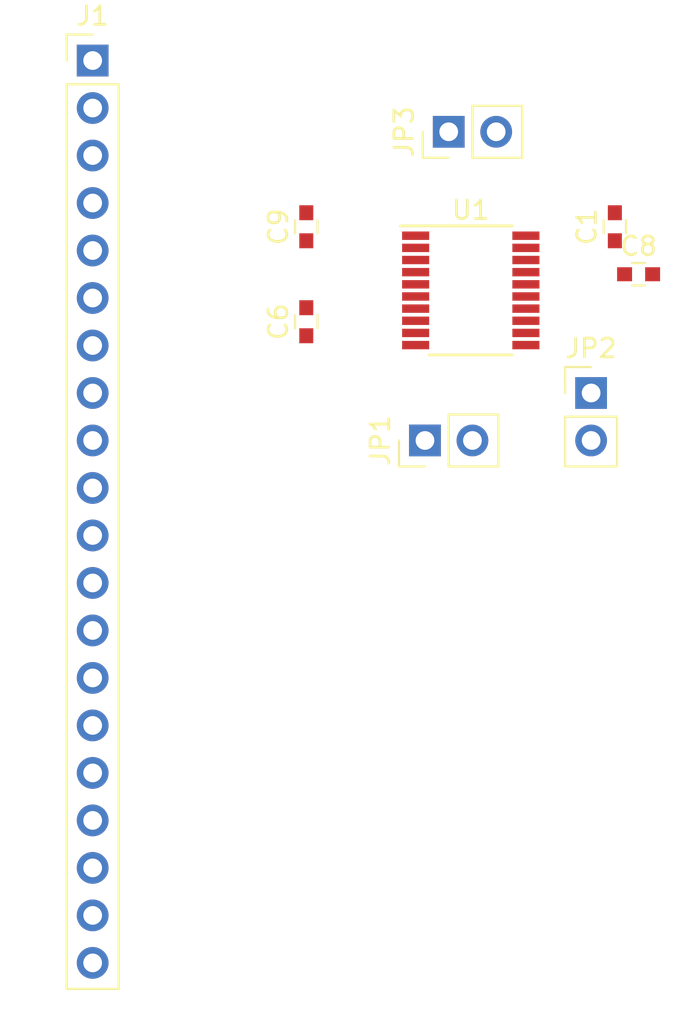
<source format=kicad_pcb>
(kicad_pcb (version 4) (host pcbnew 4.0.6)

  (general
    (links 24)
    (no_connects 19)
    (area 0 0 0 0)
    (thickness 1.6)
    (drawings 0)
    (tracks 0)
    (zones 0)
    (modules 9)
    (nets 31)
  )

  (page A4)
  (layers
    (0 F.Cu signal)
    (31 B.Cu signal)
    (32 B.Adhes user)
    (33 F.Adhes user)
    (34 B.Paste user)
    (35 F.Paste user)
    (36 B.SilkS user)
    (37 F.SilkS user)
    (38 B.Mask user)
    (39 F.Mask user)
    (40 Dwgs.User user)
    (41 Cmts.User user)
    (42 Eco1.User user)
    (43 Eco2.User user)
    (44 Edge.Cuts user)
    (45 Margin user)
    (46 B.CrtYd user)
    (47 F.CrtYd user)
    (48 B.Fab user)
    (49 F.Fab user)
  )

  (setup
    (last_trace_width 0.25)
    (trace_clearance 0.2)
    (zone_clearance 0.508)
    (zone_45_only no)
    (trace_min 0.2)
    (segment_width 0.2)
    (edge_width 0.15)
    (via_size 0.6)
    (via_drill 0.4)
    (via_min_size 0.4)
    (via_min_drill 0.3)
    (uvia_size 0.3)
    (uvia_drill 0.1)
    (uvias_allowed no)
    (uvia_min_size 0.2)
    (uvia_min_drill 0.1)
    (pcb_text_width 0.3)
    (pcb_text_size 1.5 1.5)
    (mod_edge_width 0.15)
    (mod_text_size 1 1)
    (mod_text_width 0.15)
    (pad_size 1.524 1.524)
    (pad_drill 0.762)
    (pad_to_mask_clearance 0.2)
    (aux_axis_origin 0 0)
    (visible_elements FFFFFF7F)
    (pcbplotparams
      (layerselection 0x00030_80000001)
      (usegerberextensions false)
      (excludeedgelayer true)
      (linewidth 0.300000)
      (plotframeref false)
      (viasonmask false)
      (mode 1)
      (useauxorigin false)
      (hpglpennumber 1)
      (hpglpenspeed 20)
      (hpglpendiameter 15)
      (hpglpenoverlay 2)
      (psnegative false)
      (psa4output false)
      (plotreference true)
      (plotvalue true)
      (plotinvisibletext false)
      (padsonsilk false)
      (subtractmaskfromsilk false)
      (outputformat 1)
      (mirror false)
      (drillshape 1)
      (scaleselection 1)
      (outputdirectory ""))
  )

  (net 0 "")
  (net 1 GND)
  (net 2 +3V3)
  (net 3 GNDA)
  (net 4 +3.3VDAC)
  (net 5 "Net-(C8-Pad1)")
  (net 6 /XSMT)
  (net 7 /DEMP)
  (net 8 /FMT)
  (net 9 /FLT)
  (net 10 "Net-(J1-Pad5)")
  (net 11 "Net-(J1-Pad6)")
  (net 12 "Net-(J1-Pad7)")
  (net 13 "Net-(J1-Pad8)")
  (net 14 "Net-(J1-Pad9)")
  (net 15 "Net-(J1-Pad10)")
  (net 16 "Net-(J1-Pad11)")
  (net 17 "Net-(J1-Pad12)")
  (net 18 "Net-(J1-Pad13)")
  (net 19 "Net-(J1-Pad14)")
  (net 20 "Net-(J1-Pad15)")
  (net 21 "Net-(J1-Pad16)")
  (net 22 /SCK)
  (net 23 "Net-(C4-Pad2)")
  (net 24 "Net-(C4-Pad1)")
  (net 25 "Net-(C5-Pad2)")
  (net 26 "Net-(R1-Pad1)")
  (net 27 "Net-(R2-Pad1)")
  (net 28 /BCK)
  (net 29 /DIN)
  (net 30 /LRCK)

  (net_class Default "This is the default net class."
    (clearance 0.2)
    (trace_width 0.25)
    (via_dia 0.6)
    (via_drill 0.4)
    (uvia_dia 0.3)
    (uvia_drill 0.1)
    (add_net +3.3VDAC)
    (add_net +3V3)
    (add_net /BCK)
    (add_net /DEMP)
    (add_net /DIN)
    (add_net /FLT)
    (add_net /FMT)
    (add_net /LRCK)
    (add_net /SCK)
    (add_net /XSMT)
    (add_net GND)
    (add_net GNDA)
    (add_net "Net-(C4-Pad1)")
    (add_net "Net-(C4-Pad2)")
    (add_net "Net-(C5-Pad2)")
    (add_net "Net-(C8-Pad1)")
    (add_net "Net-(J1-Pad10)")
    (add_net "Net-(J1-Pad11)")
    (add_net "Net-(J1-Pad12)")
    (add_net "Net-(J1-Pad13)")
    (add_net "Net-(J1-Pad14)")
    (add_net "Net-(J1-Pad15)")
    (add_net "Net-(J1-Pad16)")
    (add_net "Net-(J1-Pad5)")
    (add_net "Net-(J1-Pad6)")
    (add_net "Net-(J1-Pad7)")
    (add_net "Net-(J1-Pad8)")
    (add_net "Net-(J1-Pad9)")
    (add_net "Net-(R1-Pad1)")
    (add_net "Net-(R2-Pad1)")
  )

  (module Capacitors_SMD:C_0603 (layer F.Cu) (tedit 58AA844E) (tstamp 59A173FE)
    (at 156.21 101.6 90)
    (descr "Capacitor SMD 0603, reflow soldering, AVX (see smccp.pdf)")
    (tags "capacitor 0603")
    (path /599B55D4)
    (attr smd)
    (fp_text reference C1 (at 0 -1.5 90) (layer F.SilkS)
      (effects (font (size 1 1) (thickness 0.15)))
    )
    (fp_text value 100n (at 0 1.5 90) (layer F.Fab)
      (effects (font (size 1 1) (thickness 0.15)))
    )
    (fp_text user %R (at 0 -1.5 90) (layer F.Fab)
      (effects (font (size 1 1) (thickness 0.15)))
    )
    (fp_line (start -0.8 0.4) (end -0.8 -0.4) (layer F.Fab) (width 0.1))
    (fp_line (start 0.8 0.4) (end -0.8 0.4) (layer F.Fab) (width 0.1))
    (fp_line (start 0.8 -0.4) (end 0.8 0.4) (layer F.Fab) (width 0.1))
    (fp_line (start -0.8 -0.4) (end 0.8 -0.4) (layer F.Fab) (width 0.1))
    (fp_line (start -0.35 -0.6) (end 0.35 -0.6) (layer F.SilkS) (width 0.12))
    (fp_line (start 0.35 0.6) (end -0.35 0.6) (layer F.SilkS) (width 0.12))
    (fp_line (start -1.4 -0.65) (end 1.4 -0.65) (layer F.CrtYd) (width 0.05))
    (fp_line (start -1.4 -0.65) (end -1.4 0.65) (layer F.CrtYd) (width 0.05))
    (fp_line (start 1.4 0.65) (end 1.4 -0.65) (layer F.CrtYd) (width 0.05))
    (fp_line (start 1.4 0.65) (end -1.4 0.65) (layer F.CrtYd) (width 0.05))
    (pad 1 smd rect (at -0.75 0 90) (size 0.8 0.75) (layers F.Cu F.Paste F.Mask)
      (net 1 GND))
    (pad 2 smd rect (at 0.75 0 90) (size 0.8 0.75) (layers F.Cu F.Paste F.Mask)
      (net 2 +3V3))
    (model Capacitors_SMD.3dshapes/C_0603.wrl
      (at (xyz 0 0 0))
      (scale (xyz 1 1 1))
      (rotate (xyz 0 0 0))
    )
  )

  (module Capacitors_SMD:C_0603 (layer F.Cu) (tedit 58AA844E) (tstamp 59A17404)
    (at 139.7 106.68 90)
    (descr "Capacitor SMD 0603, reflow soldering, AVX (see smccp.pdf)")
    (tags "capacitor 0603")
    (path /599B616F)
    (attr smd)
    (fp_text reference C6 (at 0 -1.5 90) (layer F.SilkS)
      (effects (font (size 1 1) (thickness 0.15)))
    )
    (fp_text value 100n (at 0 1.5 90) (layer F.Fab)
      (effects (font (size 1 1) (thickness 0.15)))
    )
    (fp_text user %R (at 0 -1.5 90) (layer F.Fab)
      (effects (font (size 1 1) (thickness 0.15)))
    )
    (fp_line (start -0.8 0.4) (end -0.8 -0.4) (layer F.Fab) (width 0.1))
    (fp_line (start 0.8 0.4) (end -0.8 0.4) (layer F.Fab) (width 0.1))
    (fp_line (start 0.8 -0.4) (end 0.8 0.4) (layer F.Fab) (width 0.1))
    (fp_line (start -0.8 -0.4) (end 0.8 -0.4) (layer F.Fab) (width 0.1))
    (fp_line (start -0.35 -0.6) (end 0.35 -0.6) (layer F.SilkS) (width 0.12))
    (fp_line (start 0.35 0.6) (end -0.35 0.6) (layer F.SilkS) (width 0.12))
    (fp_line (start -1.4 -0.65) (end 1.4 -0.65) (layer F.CrtYd) (width 0.05))
    (fp_line (start -1.4 -0.65) (end -1.4 0.65) (layer F.CrtYd) (width 0.05))
    (fp_line (start 1.4 0.65) (end 1.4 -0.65) (layer F.CrtYd) (width 0.05))
    (fp_line (start 1.4 0.65) (end -1.4 0.65) (layer F.CrtYd) (width 0.05))
    (pad 1 smd rect (at -0.75 0 90) (size 0.8 0.75) (layers F.Cu F.Paste F.Mask)
      (net 3 GNDA))
    (pad 2 smd rect (at 0.75 0 90) (size 0.8 0.75) (layers F.Cu F.Paste F.Mask)
      (net 4 +3.3VDAC))
    (model Capacitors_SMD.3dshapes/C_0603.wrl
      (at (xyz 0 0 0))
      (scale (xyz 1 1 1))
      (rotate (xyz 0 0 0))
    )
  )

  (module Capacitors_SMD:C_0603 (layer F.Cu) (tedit 58AA844E) (tstamp 59A1740A)
    (at 157.48 104.14)
    (descr "Capacitor SMD 0603, reflow soldering, AVX (see smccp.pdf)")
    (tags "capacitor 0603")
    (path /599B666C)
    (attr smd)
    (fp_text reference C8 (at 0 -1.5) (layer F.SilkS)
      (effects (font (size 1 1) (thickness 0.15)))
    )
    (fp_text value 100n (at 0 1.5) (layer F.Fab)
      (effects (font (size 1 1) (thickness 0.15)))
    )
    (fp_text user %R (at 0 -1.5) (layer F.Fab)
      (effects (font (size 1 1) (thickness 0.15)))
    )
    (fp_line (start -0.8 0.4) (end -0.8 -0.4) (layer F.Fab) (width 0.1))
    (fp_line (start 0.8 0.4) (end -0.8 0.4) (layer F.Fab) (width 0.1))
    (fp_line (start 0.8 -0.4) (end 0.8 0.4) (layer F.Fab) (width 0.1))
    (fp_line (start -0.8 -0.4) (end 0.8 -0.4) (layer F.Fab) (width 0.1))
    (fp_line (start -0.35 -0.6) (end 0.35 -0.6) (layer F.SilkS) (width 0.12))
    (fp_line (start 0.35 0.6) (end -0.35 0.6) (layer F.SilkS) (width 0.12))
    (fp_line (start -1.4 -0.65) (end 1.4 -0.65) (layer F.CrtYd) (width 0.05))
    (fp_line (start -1.4 -0.65) (end -1.4 0.65) (layer F.CrtYd) (width 0.05))
    (fp_line (start 1.4 0.65) (end 1.4 -0.65) (layer F.CrtYd) (width 0.05))
    (fp_line (start 1.4 0.65) (end -1.4 0.65) (layer F.CrtYd) (width 0.05))
    (pad 1 smd rect (at -0.75 0) (size 0.8 0.75) (layers F.Cu F.Paste F.Mask)
      (net 5 "Net-(C8-Pad1)"))
    (pad 2 smd rect (at 0.75 0) (size 0.8 0.75) (layers F.Cu F.Paste F.Mask)
      (net 1 GND))
    (model Capacitors_SMD.3dshapes/C_0603.wrl
      (at (xyz 0 0 0))
      (scale (xyz 1 1 1))
      (rotate (xyz 0 0 0))
    )
  )

  (module Capacitors_SMD:C_0603 (layer F.Cu) (tedit 58AA844E) (tstamp 59A17410)
    (at 139.7 101.6 90)
    (descr "Capacitor SMD 0603, reflow soldering, AVX (see smccp.pdf)")
    (tags "capacitor 0603")
    (path /599B65FC)
    (attr smd)
    (fp_text reference C9 (at 0 -1.5 90) (layer F.SilkS)
      (effects (font (size 1 1) (thickness 0.15)))
    )
    (fp_text value 100n (at 0 1.5 90) (layer F.Fab)
      (effects (font (size 1 1) (thickness 0.15)))
    )
    (fp_text user %R (at 0 -1.5 90) (layer F.Fab)
      (effects (font (size 1 1) (thickness 0.15)))
    )
    (fp_line (start -0.8 0.4) (end -0.8 -0.4) (layer F.Fab) (width 0.1))
    (fp_line (start 0.8 0.4) (end -0.8 0.4) (layer F.Fab) (width 0.1))
    (fp_line (start 0.8 -0.4) (end 0.8 0.4) (layer F.Fab) (width 0.1))
    (fp_line (start -0.8 -0.4) (end 0.8 -0.4) (layer F.Fab) (width 0.1))
    (fp_line (start -0.35 -0.6) (end 0.35 -0.6) (layer F.SilkS) (width 0.12))
    (fp_line (start 0.35 0.6) (end -0.35 0.6) (layer F.SilkS) (width 0.12))
    (fp_line (start -1.4 -0.65) (end 1.4 -0.65) (layer F.CrtYd) (width 0.05))
    (fp_line (start -1.4 -0.65) (end -1.4 0.65) (layer F.CrtYd) (width 0.05))
    (fp_line (start 1.4 0.65) (end 1.4 -0.65) (layer F.CrtYd) (width 0.05))
    (fp_line (start 1.4 0.65) (end -1.4 0.65) (layer F.CrtYd) (width 0.05))
    (pad 1 smd rect (at -0.75 0 90) (size 0.8 0.75) (layers F.Cu F.Paste F.Mask)
      (net 1 GND))
    (pad 2 smd rect (at 0.75 0 90) (size 0.8 0.75) (layers F.Cu F.Paste F.Mask)
      (net 2 +3V3))
    (model Capacitors_SMD.3dshapes/C_0603.wrl
      (at (xyz 0 0 0))
      (scale (xyz 1 1 1))
      (rotate (xyz 0 0 0))
    )
  )

  (module Pin_Headers:Pin_Header_Straight_1x20_Pitch2.54mm (layer F.Cu) (tedit 5862ED52) (tstamp 59A17436)
    (at 128.27 92.71)
    (descr "Through hole straight pin header, 1x20, 2.54mm pitch, single row")
    (tags "Through hole pin header THT 1x20 2.54mm single row")
    (path /599B5246)
    (fp_text reference J1 (at 0 -2.39) (layer F.SilkS)
      (effects (font (size 1 1) (thickness 0.15)))
    )
    (fp_text value CONN_01X20 (at 0 50.65) (layer F.Fab)
      (effects (font (size 1 1) (thickness 0.15)))
    )
    (fp_line (start -1.27 -1.27) (end -1.27 49.53) (layer F.Fab) (width 0.1))
    (fp_line (start -1.27 49.53) (end 1.27 49.53) (layer F.Fab) (width 0.1))
    (fp_line (start 1.27 49.53) (end 1.27 -1.27) (layer F.Fab) (width 0.1))
    (fp_line (start 1.27 -1.27) (end -1.27 -1.27) (layer F.Fab) (width 0.1))
    (fp_line (start -1.39 1.27) (end -1.39 49.65) (layer F.SilkS) (width 0.12))
    (fp_line (start -1.39 49.65) (end 1.39 49.65) (layer F.SilkS) (width 0.12))
    (fp_line (start 1.39 49.65) (end 1.39 1.27) (layer F.SilkS) (width 0.12))
    (fp_line (start 1.39 1.27) (end -1.39 1.27) (layer F.SilkS) (width 0.12))
    (fp_line (start -1.39 0) (end -1.39 -1.39) (layer F.SilkS) (width 0.12))
    (fp_line (start -1.39 -1.39) (end 0 -1.39) (layer F.SilkS) (width 0.12))
    (fp_line (start -1.6 -1.6) (end -1.6 49.8) (layer F.CrtYd) (width 0.05))
    (fp_line (start -1.6 49.8) (end 1.6 49.8) (layer F.CrtYd) (width 0.05))
    (fp_line (start 1.6 49.8) (end 1.6 -1.6) (layer F.CrtYd) (width 0.05))
    (fp_line (start 1.6 -1.6) (end -1.6 -1.6) (layer F.CrtYd) (width 0.05))
    (pad 1 thru_hole rect (at 0 0) (size 1.7 1.7) (drill 1) (layers *.Cu *.Mask)
      (net 6 /XSMT))
    (pad 2 thru_hole oval (at 0 2.54) (size 1.7 1.7) (drill 1) (layers *.Cu *.Mask)
      (net 7 /DEMP))
    (pad 3 thru_hole oval (at 0 5.08) (size 1.7 1.7) (drill 1) (layers *.Cu *.Mask)
      (net 8 /FMT))
    (pad 4 thru_hole oval (at 0 7.62) (size 1.7 1.7) (drill 1) (layers *.Cu *.Mask)
      (net 9 /FLT))
    (pad 5 thru_hole oval (at 0 10.16) (size 1.7 1.7) (drill 1) (layers *.Cu *.Mask)
      (net 10 "Net-(J1-Pad5)"))
    (pad 6 thru_hole oval (at 0 12.7) (size 1.7 1.7) (drill 1) (layers *.Cu *.Mask)
      (net 11 "Net-(J1-Pad6)"))
    (pad 7 thru_hole oval (at 0 15.24) (size 1.7 1.7) (drill 1) (layers *.Cu *.Mask)
      (net 12 "Net-(J1-Pad7)"))
    (pad 8 thru_hole oval (at 0 17.78) (size 1.7 1.7) (drill 1) (layers *.Cu *.Mask)
      (net 13 "Net-(J1-Pad8)"))
    (pad 9 thru_hole oval (at 0 20.32) (size 1.7 1.7) (drill 1) (layers *.Cu *.Mask)
      (net 14 "Net-(J1-Pad9)"))
    (pad 10 thru_hole oval (at 0 22.86) (size 1.7 1.7) (drill 1) (layers *.Cu *.Mask)
      (net 15 "Net-(J1-Pad10)"))
    (pad 11 thru_hole oval (at 0 25.4) (size 1.7 1.7) (drill 1) (layers *.Cu *.Mask)
      (net 16 "Net-(J1-Pad11)"))
    (pad 12 thru_hole oval (at 0 27.94) (size 1.7 1.7) (drill 1) (layers *.Cu *.Mask)
      (net 17 "Net-(J1-Pad12)"))
    (pad 13 thru_hole oval (at 0 30.48) (size 1.7 1.7) (drill 1) (layers *.Cu *.Mask)
      (net 18 "Net-(J1-Pad13)"))
    (pad 14 thru_hole oval (at 0 33.02) (size 1.7 1.7) (drill 1) (layers *.Cu *.Mask)
      (net 19 "Net-(J1-Pad14)"))
    (pad 15 thru_hole oval (at 0 35.56) (size 1.7 1.7) (drill 1) (layers *.Cu *.Mask)
      (net 20 "Net-(J1-Pad15)"))
    (pad 16 thru_hole oval (at 0 38.1) (size 1.7 1.7) (drill 1) (layers *.Cu *.Mask)
      (net 21 "Net-(J1-Pad16)"))
    (pad 17 thru_hole oval (at 0 40.64) (size 1.7 1.7) (drill 1) (layers *.Cu *.Mask)
      (net 3 GNDA))
    (pad 18 thru_hole oval (at 0 43.18) (size 1.7 1.7) (drill 1) (layers *.Cu *.Mask)
      (net 4 +3.3VDAC))
    (pad 19 thru_hole oval (at 0 45.72) (size 1.7 1.7) (drill 1) (layers *.Cu *.Mask)
      (net 1 GND))
    (pad 20 thru_hole oval (at 0 48.26) (size 1.7 1.7) (drill 1) (layers *.Cu *.Mask)
      (net 2 +3V3))
    (model Pin_Headers.3dshapes/Pin_Header_Straight_1x20_Pitch2.54mm.wrl
      (at (xyz 0 -0.95 0))
      (scale (xyz 1 1 1))
      (rotate (xyz 0 0 90))
    )
  )

  (module Pin_Headers:Pin_Header_Straight_1x02_Pitch2.54mm (layer F.Cu) (tedit 5862ED52) (tstamp 59A1744A)
    (at 146.05 113.03 90)
    (descr "Through hole straight pin header, 1x02, 2.54mm pitch, single row")
    (tags "Through hole pin header THT 1x02 2.54mm single row")
    (path /599B73DC)
    (fp_text reference JP1 (at 0 -2.39 90) (layer F.SilkS)
      (effects (font (size 1 1) (thickness 0.15)))
    )
    (fp_text value jumper (at 0 4.93 90) (layer F.Fab)
      (effects (font (size 1 1) (thickness 0.15)))
    )
    (fp_line (start -1.27 -1.27) (end -1.27 3.81) (layer F.Fab) (width 0.1))
    (fp_line (start -1.27 3.81) (end 1.27 3.81) (layer F.Fab) (width 0.1))
    (fp_line (start 1.27 3.81) (end 1.27 -1.27) (layer F.Fab) (width 0.1))
    (fp_line (start 1.27 -1.27) (end -1.27 -1.27) (layer F.Fab) (width 0.1))
    (fp_line (start -1.39 1.27) (end -1.39 3.93) (layer F.SilkS) (width 0.12))
    (fp_line (start -1.39 3.93) (end 1.39 3.93) (layer F.SilkS) (width 0.12))
    (fp_line (start 1.39 3.93) (end 1.39 1.27) (layer F.SilkS) (width 0.12))
    (fp_line (start 1.39 1.27) (end -1.39 1.27) (layer F.SilkS) (width 0.12))
    (fp_line (start -1.39 0) (end -1.39 -1.39) (layer F.SilkS) (width 0.12))
    (fp_line (start -1.39 -1.39) (end 0 -1.39) (layer F.SilkS) (width 0.12))
    (fp_line (start -1.6 -1.6) (end -1.6 4.1) (layer F.CrtYd) (width 0.05))
    (fp_line (start -1.6 4.1) (end 1.6 4.1) (layer F.CrtYd) (width 0.05))
    (fp_line (start 1.6 4.1) (end 1.6 -1.6) (layer F.CrtYd) (width 0.05))
    (fp_line (start 1.6 -1.6) (end -1.6 -1.6) (layer F.CrtYd) (width 0.05))
    (pad 1 thru_hole rect (at 0 0 90) (size 1.7 1.7) (drill 1) (layers *.Cu *.Mask)
      (net 3 GNDA))
    (pad 2 thru_hole oval (at 0 2.54 90) (size 1.7 1.7) (drill 1) (layers *.Cu *.Mask)
      (net 1 GND))
    (model Pin_Headers.3dshapes/Pin_Header_Straight_1x02_Pitch2.54mm.wrl
      (at (xyz 0 -0.05 0))
      (scale (xyz 1 1 1))
      (rotate (xyz 0 0 90))
    )
  )

  (module Pin_Headers:Pin_Header_Straight_1x02_Pitch2.54mm (layer F.Cu) (tedit 5862ED52) (tstamp 59A1745E)
    (at 154.94 110.49)
    (descr "Through hole straight pin header, 1x02, 2.54mm pitch, single row")
    (tags "Through hole pin header THT 1x02 2.54mm single row")
    (path /599B6EB6)
    (fp_text reference JP2 (at 0 -2.39) (layer F.SilkS)
      (effects (font (size 1 1) (thickness 0.15)))
    )
    (fp_text value jumper (at 0 4.93) (layer F.Fab)
      (effects (font (size 1 1) (thickness 0.15)))
    )
    (fp_line (start -1.27 -1.27) (end -1.27 3.81) (layer F.Fab) (width 0.1))
    (fp_line (start -1.27 3.81) (end 1.27 3.81) (layer F.Fab) (width 0.1))
    (fp_line (start 1.27 3.81) (end 1.27 -1.27) (layer F.Fab) (width 0.1))
    (fp_line (start 1.27 -1.27) (end -1.27 -1.27) (layer F.Fab) (width 0.1))
    (fp_line (start -1.39 1.27) (end -1.39 3.93) (layer F.SilkS) (width 0.12))
    (fp_line (start -1.39 3.93) (end 1.39 3.93) (layer F.SilkS) (width 0.12))
    (fp_line (start 1.39 3.93) (end 1.39 1.27) (layer F.SilkS) (width 0.12))
    (fp_line (start 1.39 1.27) (end -1.39 1.27) (layer F.SilkS) (width 0.12))
    (fp_line (start -1.39 0) (end -1.39 -1.39) (layer F.SilkS) (width 0.12))
    (fp_line (start -1.39 -1.39) (end 0 -1.39) (layer F.SilkS) (width 0.12))
    (fp_line (start -1.6 -1.6) (end -1.6 4.1) (layer F.CrtYd) (width 0.05))
    (fp_line (start -1.6 4.1) (end 1.6 4.1) (layer F.CrtYd) (width 0.05))
    (fp_line (start 1.6 4.1) (end 1.6 -1.6) (layer F.CrtYd) (width 0.05))
    (fp_line (start 1.6 -1.6) (end -1.6 -1.6) (layer F.CrtYd) (width 0.05))
    (pad 1 thru_hole rect (at 0 0) (size 1.7 1.7) (drill 1) (layers *.Cu *.Mask)
      (net 22 /SCK))
    (pad 2 thru_hole oval (at 0 2.54) (size 1.7 1.7) (drill 1) (layers *.Cu *.Mask)
      (net 1 GND))
    (model Pin_Headers.3dshapes/Pin_Header_Straight_1x02_Pitch2.54mm.wrl
      (at (xyz 0 -0.05 0))
      (scale (xyz 1 1 1))
      (rotate (xyz 0 0 90))
    )
  )

  (module Pin_Headers:Pin_Header_Straight_1x02_Pitch2.54mm (layer F.Cu) (tedit 5862ED52) (tstamp 59A17472)
    (at 147.32 96.52 90)
    (descr "Through hole straight pin header, 1x02, 2.54mm pitch, single row")
    (tags "Through hole pin header THT 1x02 2.54mm single row")
    (path /599B7830)
    (fp_text reference JP3 (at 0 -2.39 90) (layer F.SilkS)
      (effects (font (size 1 1) (thickness 0.15)))
    )
    (fp_text value jumper (at 0 4.93 90) (layer F.Fab)
      (effects (font (size 1 1) (thickness 0.15)))
    )
    (fp_line (start -1.27 -1.27) (end -1.27 3.81) (layer F.Fab) (width 0.1))
    (fp_line (start -1.27 3.81) (end 1.27 3.81) (layer F.Fab) (width 0.1))
    (fp_line (start 1.27 3.81) (end 1.27 -1.27) (layer F.Fab) (width 0.1))
    (fp_line (start 1.27 -1.27) (end -1.27 -1.27) (layer F.Fab) (width 0.1))
    (fp_line (start -1.39 1.27) (end -1.39 3.93) (layer F.SilkS) (width 0.12))
    (fp_line (start -1.39 3.93) (end 1.39 3.93) (layer F.SilkS) (width 0.12))
    (fp_line (start 1.39 3.93) (end 1.39 1.27) (layer F.SilkS) (width 0.12))
    (fp_line (start 1.39 1.27) (end -1.39 1.27) (layer F.SilkS) (width 0.12))
    (fp_line (start -1.39 0) (end -1.39 -1.39) (layer F.SilkS) (width 0.12))
    (fp_line (start -1.39 -1.39) (end 0 -1.39) (layer F.SilkS) (width 0.12))
    (fp_line (start -1.6 -1.6) (end -1.6 4.1) (layer F.CrtYd) (width 0.05))
    (fp_line (start -1.6 4.1) (end 1.6 4.1) (layer F.CrtYd) (width 0.05))
    (fp_line (start 1.6 4.1) (end 1.6 -1.6) (layer F.CrtYd) (width 0.05))
    (fp_line (start 1.6 -1.6) (end -1.6 -1.6) (layer F.CrtYd) (width 0.05))
    (pad 1 thru_hole rect (at 0 0 90) (size 1.7 1.7) (drill 1) (layers *.Cu *.Mask)
      (net 4 +3.3VDAC))
    (pad 2 thru_hole oval (at 0 2.54 90) (size 1.7 1.7) (drill 1) (layers *.Cu *.Mask)
      (net 2 +3V3))
    (model Pin_Headers.3dshapes/Pin_Header_Straight_1x02_Pitch2.54mm.wrl
      (at (xyz 0 -0.05 0))
      (scale (xyz 1 1 1))
      (rotate (xyz 0 0 90))
    )
  )

  (module Housings_SSOP:TSSOP-20_4.4x6.5mm_Pitch0.65mm (layer F.Cu) (tedit 54130A77) (tstamp 59A1748A)
    (at 148.5011 105.0036)
    (descr "20-Lead Plastic Thin Shrink Small Outline (ST)-4.4 mm Body [TSSOP] (see Microchip Packaging Specification 00000049BS.pdf)")
    (tags "SSOP 0.65")
    (path /599B511B)
    (attr smd)
    (fp_text reference U1 (at 0 -4.3) (layer F.SilkS)
      (effects (font (size 1 1) (thickness 0.15)))
    )
    (fp_text value PCM5102 (at 0 4.3) (layer F.Fab)
      (effects (font (size 1 1) (thickness 0.15)))
    )
    (fp_line (start -1.2 -3.25) (end 2.2 -3.25) (layer F.Fab) (width 0.15))
    (fp_line (start 2.2 -3.25) (end 2.2 3.25) (layer F.Fab) (width 0.15))
    (fp_line (start 2.2 3.25) (end -2.2 3.25) (layer F.Fab) (width 0.15))
    (fp_line (start -2.2 3.25) (end -2.2 -2.25) (layer F.Fab) (width 0.15))
    (fp_line (start -2.2 -2.25) (end -1.2 -3.25) (layer F.Fab) (width 0.15))
    (fp_line (start -3.95 -3.55) (end -3.95 3.55) (layer F.CrtYd) (width 0.05))
    (fp_line (start 3.95 -3.55) (end 3.95 3.55) (layer F.CrtYd) (width 0.05))
    (fp_line (start -3.95 -3.55) (end 3.95 -3.55) (layer F.CrtYd) (width 0.05))
    (fp_line (start -3.95 3.55) (end 3.95 3.55) (layer F.CrtYd) (width 0.05))
    (fp_line (start -2.225 3.45) (end 2.225 3.45) (layer F.SilkS) (width 0.15))
    (fp_line (start -3.75 -3.45) (end 2.225 -3.45) (layer F.SilkS) (width 0.15))
    (pad 1 smd rect (at -2.95 -2.925) (size 1.45 0.45) (layers F.Cu F.Paste F.Mask)
      (net 2 +3V3))
    (pad 2 smd rect (at -2.95 -2.275) (size 1.45 0.45) (layers F.Cu F.Paste F.Mask)
      (net 23 "Net-(C4-Pad2)"))
    (pad 3 smd rect (at -2.95 -1.625) (size 1.45 0.45) (layers F.Cu F.Paste F.Mask)
      (net 1 GND))
    (pad 4 smd rect (at -2.95 -0.975) (size 1.45 0.45) (layers F.Cu F.Paste F.Mask)
      (net 24 "Net-(C4-Pad1)"))
    (pad 5 smd rect (at -2.95 -0.325) (size 1.45 0.45) (layers F.Cu F.Paste F.Mask)
      (net 25 "Net-(C5-Pad2)"))
    (pad 6 smd rect (at -2.95 0.325) (size 1.45 0.45) (layers F.Cu F.Paste F.Mask)
      (net 26 "Net-(R1-Pad1)"))
    (pad 7 smd rect (at -2.95 0.975) (size 1.45 0.45) (layers F.Cu F.Paste F.Mask)
      (net 27 "Net-(R2-Pad1)"))
    (pad 8 smd rect (at -2.95 1.625) (size 1.45 0.45) (layers F.Cu F.Paste F.Mask)
      (net 4 +3.3VDAC))
    (pad 9 smd rect (at -2.95 2.275) (size 1.45 0.45) (layers F.Cu F.Paste F.Mask)
      (net 3 GNDA))
    (pad 10 smd rect (at -2.95 2.925) (size 1.45 0.45) (layers F.Cu F.Paste F.Mask)
      (net 7 /DEMP))
    (pad 11 smd rect (at 2.95 2.925) (size 1.45 0.45) (layers F.Cu F.Paste F.Mask)
      (net 9 /FLT))
    (pad 12 smd rect (at 2.95 2.275) (size 1.45 0.45) (layers F.Cu F.Paste F.Mask)
      (net 22 /SCK))
    (pad 13 smd rect (at 2.95 1.625) (size 1.45 0.45) (layers F.Cu F.Paste F.Mask)
      (net 28 /BCK))
    (pad 14 smd rect (at 2.95 0.975) (size 1.45 0.45) (layers F.Cu F.Paste F.Mask)
      (net 29 /DIN))
    (pad 15 smd rect (at 2.95 0.325) (size 1.45 0.45) (layers F.Cu F.Paste F.Mask)
      (net 30 /LRCK))
    (pad 16 smd rect (at 2.95 -0.325) (size 1.45 0.45) (layers F.Cu F.Paste F.Mask)
      (net 8 /FMT))
    (pad 17 smd rect (at 2.95 -0.975) (size 1.45 0.45) (layers F.Cu F.Paste F.Mask)
      (net 6 /XSMT))
    (pad 18 smd rect (at 2.95 -1.625) (size 1.45 0.45) (layers F.Cu F.Paste F.Mask)
      (net 5 "Net-(C8-Pad1)"))
    (pad 19 smd rect (at 2.95 -2.275) (size 1.45 0.45) (layers F.Cu F.Paste F.Mask)
      (net 1 GND))
    (pad 20 smd rect (at 2.95 -2.925) (size 1.45 0.45) (layers F.Cu F.Paste F.Mask)
      (net 2 +3V3))
    (model Housings_SSOP.3dshapes/TSSOP-20_4.4x6.5mm_Pitch0.65mm.wrl
      (at (xyz 0 0 0))
      (scale (xyz 1 1 1))
      (rotate (xyz 0 0 0))
    )
  )

)

</source>
